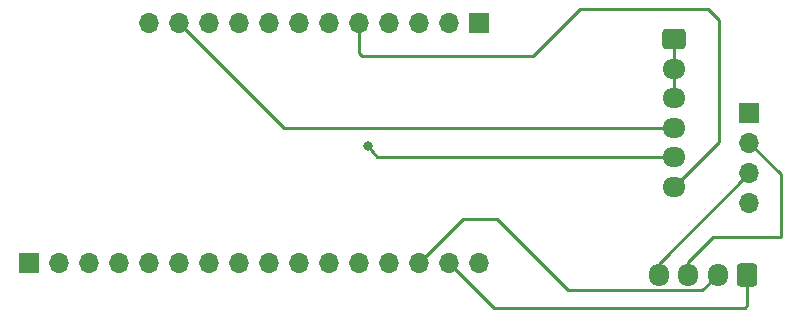
<source format=gbr>
%TF.GenerationSoftware,KiCad,Pcbnew,7.0.7*%
%TF.CreationDate,2024-05-03T13:44:01+01:00*%
%TF.ProjectId,MRF67-pro,4d524636-372d-4707-926f-2e6b69636164,rev?*%
%TF.SameCoordinates,Original*%
%TF.FileFunction,Copper,L1,Top*%
%TF.FilePolarity,Positive*%
%FSLAX46Y46*%
G04 Gerber Fmt 4.6, Leading zero omitted, Abs format (unit mm)*
G04 Created by KiCad (PCBNEW 7.0.7) date 2024-05-03 13:44:01*
%MOMM*%
%LPD*%
G01*
G04 APERTURE LIST*
G04 Aperture macros list*
%AMRoundRect*
0 Rectangle with rounded corners*
0 $1 Rounding radius*
0 $2 $3 $4 $5 $6 $7 $8 $9 X,Y pos of 4 corners*
0 Add a 4 corners polygon primitive as box body*
4,1,4,$2,$3,$4,$5,$6,$7,$8,$9,$2,$3,0*
0 Add four circle primitives for the rounded corners*
1,1,$1+$1,$2,$3*
1,1,$1+$1,$4,$5*
1,1,$1+$1,$6,$7*
1,1,$1+$1,$8,$9*
0 Add four rect primitives between the rounded corners*
20,1,$1+$1,$2,$3,$4,$5,0*
20,1,$1+$1,$4,$5,$6,$7,0*
20,1,$1+$1,$6,$7,$8,$9,0*
20,1,$1+$1,$8,$9,$2,$3,0*%
G04 Aperture macros list end*
%TA.AperFunction,ComponentPad*%
%ADD10R,1.700000X1.700000*%
%TD*%
%TA.AperFunction,ComponentPad*%
%ADD11O,1.700000X1.700000*%
%TD*%
%TA.AperFunction,ComponentPad*%
%ADD12RoundRect,0.250000X0.600000X0.725000X-0.600000X0.725000X-0.600000X-0.725000X0.600000X-0.725000X0*%
%TD*%
%TA.AperFunction,ComponentPad*%
%ADD13O,1.700000X1.950000*%
%TD*%
%TA.AperFunction,ComponentPad*%
%ADD14RoundRect,0.250000X-0.725000X0.600000X-0.725000X-0.600000X0.725000X-0.600000X0.725000X0.600000X0*%
%TD*%
%TA.AperFunction,ComponentPad*%
%ADD15O,1.950000X1.700000*%
%TD*%
%TA.AperFunction,ViaPad*%
%ADD16C,0.800000*%
%TD*%
%TA.AperFunction,Conductor*%
%ADD17C,0.250000*%
%TD*%
G04 APERTURE END LIST*
D10*
%TO.P,J2,1,Pin_1*%
%TO.N,unconnected-(J2-Pin_1-Pad1)*%
X146050000Y-101600000D03*
D11*
%TO.P,J2,2,Pin_2*%
%TO.N,unconnected-(J2-Pin_2-Pad2)*%
X143510000Y-101600000D03*
%TO.P,J2,3,Pin_3*%
%TO.N,unconnected-(J2-Pin_3-Pad3)*%
X140970000Y-101600000D03*
%TO.P,J2,4,Pin_4*%
%TO.N,unconnected-(J2-Pin_4-Pad4)*%
X138430000Y-101600000D03*
%TO.P,J2,5,Pin_5*%
%TO.N,Net-(J2-Pin_5)*%
X135890000Y-101600000D03*
%TO.P,J2,6,Pin_6*%
%TO.N,Net-(J2-Pin_6)*%
X133350000Y-101600000D03*
%TO.P,J2,7,Pin_7*%
%TO.N,unconnected-(J2-Pin_7-Pad7)*%
X130810000Y-101600000D03*
%TO.P,J2,8,Pin_8*%
%TO.N,unconnected-(J2-Pin_8-Pad8)*%
X128270000Y-101600000D03*
%TO.P,J2,9,Pin_9*%
%TO.N,unconnected-(J2-Pin_9-Pad9)*%
X125730000Y-101600000D03*
%TO.P,J2,10,Pin_10*%
%TO.N,unconnected-(J2-Pin_10-Pad10)*%
X123190000Y-101600000D03*
%TO.P,J2,11,Pin_11*%
%TO.N,Net-(J2-Pin_11)*%
X120650000Y-101600000D03*
%TO.P,J2,12,Pin_12*%
%TO.N,unconnected-(J2-Pin_12-Pad12)*%
X118110000Y-101600000D03*
%TD*%
D10*
%TO.P,J1,1,Pin_1*%
%TO.N,unconnected-(J1-Pin_1-Pad1)*%
X107950000Y-121920000D03*
D11*
%TO.P,J1,2,Pin_2*%
%TO.N,Net-(J1-Pin_2)*%
X110490000Y-121920000D03*
%TO.P,J1,3,Pin_3*%
%TO.N,unconnected-(J1-Pin_3-Pad3)*%
X113030000Y-121920000D03*
%TO.P,J1,4,Pin_4*%
%TO.N,Net-(J1-Pin_4)*%
X115570000Y-121920000D03*
%TO.P,J1,5,Pin_5*%
%TO.N,unconnected-(J1-Pin_5-Pad5)*%
X118110000Y-121920000D03*
%TO.P,J1,6,Pin_6*%
%TO.N,unconnected-(J1-Pin_6-Pad6)*%
X120650000Y-121920000D03*
%TO.P,J1,7,Pin_7*%
%TO.N,unconnected-(J1-Pin_7-Pad7)*%
X123190000Y-121920000D03*
%TO.P,J1,8,Pin_8*%
%TO.N,unconnected-(J1-Pin_8-Pad8)*%
X125730000Y-121920000D03*
%TO.P,J1,9,Pin_9*%
%TO.N,unconnected-(J1-Pin_9-Pad9)*%
X128270000Y-121920000D03*
%TO.P,J1,10,Pin_10*%
%TO.N,unconnected-(J1-Pin_10-Pad10)*%
X130810000Y-121920000D03*
%TO.P,J1,11,Pin_11*%
%TO.N,unconnected-(J1-Pin_11-Pad11)*%
X133350000Y-121920000D03*
%TO.P,J1,12,Pin_12*%
%TO.N,unconnected-(J1-Pin_12-Pad12)*%
X135890000Y-121920000D03*
%TO.P,J1,13,Pin_13*%
%TO.N,unconnected-(J1-Pin_13-Pad13)*%
X138430000Y-121920000D03*
%TO.P,J1,14,Pin_14*%
%TO.N,Net-(J1-Pin_14)*%
X140970000Y-121920000D03*
%TO.P,J1,15,Pin_15*%
%TO.N,Net-(J1-Pin_15)*%
X143510000Y-121920000D03*
%TO.P,J1,16,Pin_16*%
%TO.N,unconnected-(J1-Pin_16-Pad16)*%
X146050000Y-121920000D03*
%TD*%
D10*
%TO.P,J4,1,Pin_1*%
%TO.N,Net-(J1-Pin_2)*%
X168910000Y-109220000D03*
D11*
%TO.P,J4,2,Pin_2*%
%TO.N,Net-(J1-Pin_4)*%
X168910000Y-111760000D03*
%TO.P,J4,3,Pin_3*%
%TO.N,Net-(J3-Pin_4)*%
X168910000Y-114300000D03*
%TO.P,J4,4,Pin_4*%
%TO.N,unconnected-(J4-Pin_4-Pad4)*%
X168910000Y-116840000D03*
%TD*%
D12*
%TO.P,J3,1,Pin_1*%
%TO.N,Net-(J1-Pin_15)*%
X168743000Y-122936000D03*
D13*
%TO.P,J3,2,Pin_2*%
%TO.N,Net-(J1-Pin_14)*%
X166243000Y-122936000D03*
%TO.P,J3,3,Pin_3*%
%TO.N,Net-(J1-Pin_4)*%
X163743000Y-122936000D03*
%TO.P,J3,4,Pin_4*%
%TO.N,Net-(J3-Pin_4)*%
X161243000Y-122936000D03*
%TD*%
D14*
%TO.P,J6,1,Pin_1*%
%TO.N,Net-(J1-Pin_4)*%
X162560000Y-102990000D03*
D15*
%TO.P,J6,2,Pin_2*%
X162560000Y-105490000D03*
%TO.P,J6,3,Pin_3*%
X162560000Y-107990000D03*
%TO.P,J6,4,Pin_4*%
%TO.N,Net-(J2-Pin_11)*%
X162560000Y-110490000D03*
%TO.P,J6,5,Pin_5*%
%TO.N,Net-(J2-Pin_6)*%
X162560000Y-112990000D03*
%TO.P,J6,6,Pin_6*%
%TO.N,Net-(J2-Pin_5)*%
X162560000Y-115490000D03*
%TD*%
D16*
%TO.N,Net-(J2-Pin_6)*%
X136652000Y-112014000D03*
%TD*%
D17*
%TO.N,Net-(J2-Pin_6)*%
X137374000Y-112990000D02*
X136652000Y-112014000D01*
X162560000Y-112990000D02*
X137374000Y-112990000D01*
%TO.N,Net-(J1-Pin_4)*%
X163743000Y-121880000D02*
X165862000Y-119761000D01*
X162560000Y-105490000D02*
X162560000Y-102990000D01*
X165862000Y-119761000D02*
X171577000Y-119761000D01*
X171577000Y-119761000D02*
X171577000Y-114427000D01*
X162560000Y-107990000D02*
X162560000Y-105490000D01*
X171577000Y-114427000D02*
X168910000Y-111760000D01*
X163743000Y-122936000D02*
X163743000Y-121880000D01*
%TO.N,Net-(J2-Pin_11)*%
X129540000Y-110490000D02*
X120650000Y-101600000D01*
X162560000Y-110490000D02*
X129540000Y-110490000D01*
%TO.N,Net-(J1-Pin_14)*%
X153573000Y-124236000D02*
X147574000Y-118237000D01*
X147574000Y-118237000D02*
X144653000Y-118237000D01*
X144653000Y-118237000D02*
X140970000Y-121920000D01*
X164943000Y-124236000D02*
X153573000Y-124236000D01*
X166243000Y-122936000D02*
X164943000Y-124236000D01*
%TO.N,Net-(J1-Pin_15)*%
X147320000Y-125730000D02*
X143510000Y-121920000D01*
X168529000Y-125730000D02*
X147320000Y-125730000D01*
X168743000Y-122936000D02*
X168743000Y-125516000D01*
X168743000Y-125516000D02*
X168529000Y-125730000D01*
%TO.N,Net-(J2-Pin_5)*%
X166370000Y-101346000D02*
X165439000Y-100415000D01*
X135890000Y-101600000D02*
X135890000Y-104140000D01*
X166370000Y-111680000D02*
X166370000Y-101346000D01*
X150622000Y-104394000D02*
X136144000Y-104394000D01*
X135890000Y-104140000D02*
X136144000Y-104394000D01*
X162560000Y-115490000D02*
X166370000Y-111680000D01*
X154601000Y-100415000D02*
X150622000Y-104394000D01*
X165439000Y-100415000D02*
X154601000Y-100415000D01*
%TO.N,Net-(J3-Pin_4)*%
X161243000Y-121967000D02*
X161243000Y-122936000D01*
X168910000Y-114300000D02*
X161243000Y-121967000D01*
%TD*%
M02*

</source>
